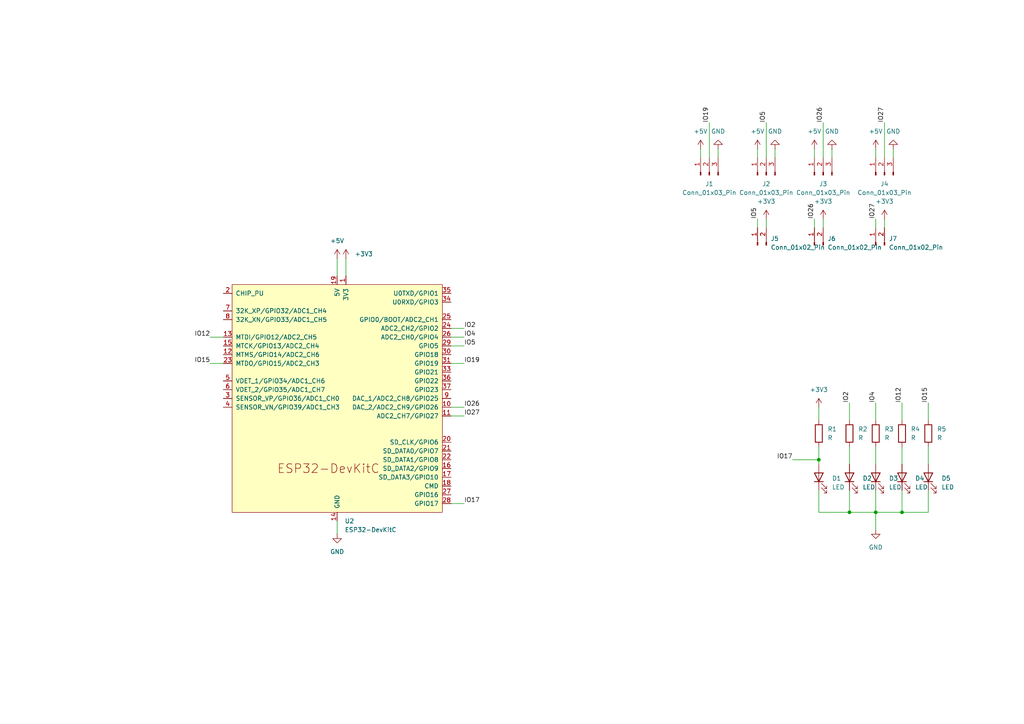
<source format=kicad_sch>
(kicad_sch (version 20231120) (generator "eeschema") (generator_version "8.0")
  (paper "A4")
  (lib_symbols
    (symbol "Connector:Conn_01x02_Pin" (pin_names (offset 1.016) hide)
      (property "Reference" "J" (at 0 2.54 0))
      (property "Value" "Conn_01x02_Pin" (at 0 -5.08 0))
      (symbol "Conn_01x02_Pin_1_1"
        (polyline (pts (xy 1.27 -2.54) (xy 0.8636 -2.54)) (stroke (width 0.1524)))
        (polyline (pts (xy 1.27 0) (xy 0.8636 0)) (stroke (width 0.1524)))
        (rectangle (start 0.8636 -2.413) (end 0 -2.667) (stroke (width 0.1524)) (fill (type outline)))
        (rectangle (start 0.8636 0.127) (end 0 -0.127) (stroke (width 0.1524)) (fill (type outline)))
        (pin passive line (at 5.08 0 180) (length 3.81) (name "Pin_1") (number "1"))
        (pin passive line (at 5.08 -2.54 180) (length 3.81) (name "Pin_2") (number "2"))
      )
    )
    (symbol "Connector:Conn_01x03_Pin" (pin_names (offset 1.016) hide)
      (property "Reference" "J" (at 0 5.08 0))
      (property "Value" "Conn_01x03_Pin" (at 0 -5.08 0))
      (symbol "Conn_01x03_Pin_1_1"
        (polyline (pts (xy 1.27 -2.54) (xy 0.8636 -2.54)) (stroke (width 0.1524)))
        (polyline (pts (xy 1.27 0) (xy 0.8636 0)) (stroke (width 0.1524)))
        (polyline (pts (xy 1.27 2.54) (xy 0.8636 2.54)) (stroke (width 0.1524)))
        (rectangle (start 0.8636 -2.413) (end 0 -2.667) (stroke (width 0.1524)) (fill (type outline)))
        (rectangle (start 0.8636 0.127) (end 0 -0.127) (stroke (width 0.1524)) (fill (type outline)))
        (rectangle (start 0.8636 2.667) (end 0 2.413) (stroke (width 0.1524)) (fill (type outline)))
        (pin passive line (at 5.08 2.54 180) (length 3.81) (name "Pin_1") (number "1"))
        (pin passive line (at 5.08 0 180) (length 3.81) (name "Pin_2") (number "2"))
        (pin passive line (at 5.08 -2.54 180) (length 3.81) (name "Pin_3") (number "3"))
      )
    )
    (symbol "Device:LED" (pin_numbers hide) (pin_names (offset 1.016) hide)
      (property "Reference" "D" (at 0 2.54 0))
      (property "Value" "LED" (at 0 -2.54 0))
      (symbol "LED_0_1"
        (polyline (pts (xy -1.27 -1.27) (xy -1.27 1.27)) (stroke (width 0.254)))
        (polyline (pts (xy -1.27 0) (xy 1.27 0)))
        (polyline (pts (xy 1.27 -1.27) (xy 1.27 1.27) (xy -1.27 0) (xy 1.27 -1.27)) (stroke (width 0.254)))
        (polyline (pts (xy -3.048 -0.762) (xy -4.572 -2.286) (xy -3.81 -2.286) (xy -4.572 -2.286) (xy -4.572 -1.524)))
        (polyline (pts (xy -1.778 -0.762) (xy -3.302 -2.286) (xy -2.54 -2.286) (xy -3.302 -2.286) (xy -3.302 -1.524)))
      )
      (symbol "LED_1_1"
        (pin passive line (at -3.81 0 0) (length 2.54) (name "K") (number "1"))
        (pin passive line (at 3.81 0 180) (length 2.54) (name "A") (number "2"))
      )
    )
    (symbol "Device:R" (pin_numbers hide) (pin_names (offset 0))
      (property "Reference" "R" (at 2.032 0 90))
      (property "Value" "R" (at 0 0 90))
      (symbol "R_0_1"
        (rectangle (start -1.016 -2.54) (end 1.016 2.54) (stroke (width 0.254)))
      )
      (symbol "R_1_1"
        (pin passive line (at 0 3.81 270) (length 1.27) (name "~") (number "1"))
        (pin passive line (at 0 -3.81 90) (length 1.27) (name "~") (number "2"))
      )
    )
    (symbol "PCM_Espressif:ESP32-DevKitC" (pin_names (offset 1.016))
      (property "Reference" "U" (at -30.48 38.1 0))
      (property "Value" "ESP32-DevKitC" (at -30.48 35.56 0))
      (symbol "ESP32-DevKitC_0_0"
        (text "ESP32-DevKitC" (at -2.54 -20.32 0) (effects (font (size 2.54 2.54))))
        (pin power_in line (at 0 -35.56 90) (length 2.54) (name "GND") (number "14"))
        (pin power_in line (at 0 35.56 270) (length 2.54) (name "5V") (number "19"))
      )
      (symbol "ESP32-DevKitC_0_1"
        (rectangle (start -30.48 33.02) (end 30.48 -33.02) (fill (type background)))
      )
      (symbol "ESP32-DevKitC_1_1"
        (pin power_in line (at 2.54 35.56 270) (length 2.54) (name "3V3") (number "1"))
        (pin bidirectional line (at 33.02 -2.54 180) (length 2.54) (name "DAC_2/ADC2_CH9/GPIO26") (number "10"))
        (pin bidirectional line (at 33.02 -5.08 180) (length 2.54) (name "ADC2_CH7/GPIO27") (number "11"))
        (pin bidirectional line (at -33.02 12.7 0) (length 2.54) (name "MTMS/GPIO14/ADC2_CH6") (number "12"))
        (pin bidirectional line (at -33.02 17.78 0) (length 2.54) (name "MTDI/GPIO12/ADC2_CH5") (number "13"))
        (pin bidirectional line (at -33.02 15.24 0) (length 2.54) (name "MTCK/GPIO13/ADC2_CH4") (number "15"))
        (pin bidirectional line (at 33.02 -20.32 180) (length 2.54) (name "SD_DATA2/GPIO9") (number "16"))
        (pin bidirectional line (at 33.02 -22.86 180) (length 2.54) (name "SD_DATA3/GPIO10") (number "17"))
        (pin bidirectional line (at 33.02 -25.4 180) (length 2.54) (name "CMD") (number "18"))
        (pin input line (at -33.02 30.48 0) (length 2.54) (name "CHIP_PU") (number "2"))
        (pin bidirectional line (at 33.02 -12.7 180) (length 2.54) (name "SD_CLK/GPIO6") (number "20"))
        (pin bidirectional line (at 33.02 -15.24 180) (length 2.54) (name "SD_DATA0/GPIO7") (number "21"))
        (pin bidirectional line (at 33.02 -17.78 180) (length 2.54) (name "SD_DATA1/GPIO8") (number "22"))
        (pin bidirectional line (at -33.02 10.16 0) (length 2.54) (name "MTDO/GPIO15/ADC2_CH3") (number "23"))
        (pin bidirectional line (at 33.02 20.32 180) (length 2.54) (name "ADC2_CH2/GPIO2") (number "24"))
        (pin bidirectional line (at 33.02 22.86 180) (length 2.54) (name "GPIO0/BOOT/ADC2_CH1") (number "25"))
        (pin bidirectional line (at 33.02 17.78 180) (length 2.54) (name "ADC2_CH0/GPIO4") (number "26"))
        (pin bidirectional line (at 33.02 -27.94 180) (length 2.54) (name "GPIO16") (number "27"))
        (pin bidirectional line (at 33.02 -30.48 180) (length 2.54) (name "GPIO17") (number "28"))
        (pin bidirectional line (at 33.02 15.24 180) (length 2.54) (name "GPIO5") (number "29"))
        (pin input line (at -33.02 0 0) (length 2.54) (name "SENSOR_VP/GPIO36/ADC1_CH0") (number "3"))
        (pin bidirectional line (at 33.02 12.7 180) (length 2.54) (name "GPIO18") (number "30"))
        (pin bidirectional line (at 33.02 10.16 180) (length 2.54) (name "GPIO19") (number "31"))
        (pin passive line (at 0 -35.56 90) (length 2.54) hide (name "GND") (number "32"))
        (pin bidirectional line (at 33.02 7.62 180) (length 2.54) (name "GPIO21") (number "33"))
        (pin bidirectional line (at 33.02 27.94 180) (length 2.54) (name "U0RXD/GPIO3") (number "34"))
        (pin bidirectional line (at 33.02 30.48 180) (length 2.54) (name "U0TXD/GPIO1") (number "35"))
        (pin bidirectional line (at 33.02 5.08 180) (length 2.54) (name "GPIO22") (number "36"))
        (pin bidirectional line (at 33.02 2.54 180) (length 2.54) (name "GPIO23") (number "37"))
        (pin passive line (at 0 -35.56 90) (length 2.54) hide (name "GND") (number "38"))
        (pin input line (at -33.02 -2.54 0) (length 2.54) (name "SENSOR_VN/GPIO39/ADC1_CH3") (number "4"))
        (pin input line (at -33.02 5.08 0) (length 2.54) (name "VDET_1/GPIO34/ADC1_CH6") (number "5"))
        (pin input line (at -33.02 2.54 0) (length 2.54) (name "VDET_2/GPIO35/ADC1_CH7") (number "6"))
        (pin bidirectional line (at -33.02 25.4 0) (length 2.54) (name "32K_XP/GPIO32/ADC1_CH4") (number "7"))
        (pin bidirectional line (at -33.02 22.86 0) (length 2.54) (name "32K_XN/GPIO33/ADC1_CH5") (number "8"))
        (pin bidirectional line (at 33.02 0 180) (length 2.54) (name "DAC_1/ADC2_CH8/GPIO25") (number "9"))
      )
    )
    (symbol "power:+3V3" (power) (pin_numbers hide) (pin_names (offset 0) hide)
      (property "Value" "+3V3" (at 0 3.556 0))
      (symbol "+3V3_0_1"
        (polyline (pts (xy -0.762 1.27) (xy 0 2.54)))
        (polyline (pts (xy 0 0) (xy 0 2.54)))
        (polyline (pts (xy 0 2.54) (xy 0.762 1.27)))
      )
      (symbol "+3V3_1_1"
        (pin power_in line (at 0 0 90) (length 0) (name "~") (number "1"))
      )
    )
    (symbol "power:+5V" (power) (pin_numbers hide) (pin_names (offset 0) hide)
      (property "Value" "+5V" (at 0 3.556 0))
      (symbol "+5V_0_1"
        (polyline (pts (xy -0.762 1.27) (xy 0 2.54)))
        (polyline (pts (xy 0 0) (xy 0 2.54)))
        (polyline (pts (xy 0 2.54) (xy 0.762 1.27)))
      )
      (symbol "+5V_1_1"
        (pin power_in line (at 0 0 90) (length 0) (name "~") (number "1"))
      )
    )
    (symbol "power:GND" (power) (pin_numbers hide) (pin_names (offset 0) hide)
      (property "Value" "GND" (at 0 -3.81 0))
      (symbol "GND_0_1"
        (polyline (pts (xy 0 0) (xy 0 -1.27) (xy 1.27 -1.27) (xy 0 -2.54) (xy -1.27 -1.27) (xy 0 -1.27)))
      )
      (symbol "GND_1_1"
        (pin power_in line (at 0 0 270) (length 0) (name "~") (number "1"))
      )
    )
  )
  (junction (at 261.62 148.59))
  (junction (at 254 148.59))
  (junction (at 237.49 133.35))
  (junction (at 246.38 148.59))
  (wire (pts (xy 254 116.84) (xy 254 121.92)))
  (wire (pts (xy 222.25 63.5) (xy 222.25 66.04)))
  (wire (pts (xy 130.81 105.41) (xy 134.62 105.41)))
  (wire (pts (xy 229.87 133.35) (xy 237.49 133.35)))
  (wire (pts (xy 259.08 43.18) (xy 259.08 45.72)))
  (wire (pts (xy 100.33 74.93) (xy 100.33 80.01)))
  (wire (pts (xy 236.22 63.5) (xy 236.22 66.04)))
  (wire (pts (xy 60.96 97.79) (xy 64.77 97.79)))
  (wire (pts (xy 130.81 118.11) (xy 134.62 118.11)))
  (wire (pts (xy 203.2 43.18) (xy 203.2 45.72)))
  (wire (pts (xy 269.24 142.24) (xy 269.24 148.59)))
  (wire (pts (xy 130.81 120.65) (xy 134.62 120.65)))
  (wire (pts (xy 208.28 43.18) (xy 208.28 45.72)))
  (wire (pts (xy 269.24 129.54) (xy 269.24 134.62)))
  (wire (pts (xy 219.71 43.18) (xy 219.71 45.72)))
  (wire (pts (xy 261.62 116.84) (xy 261.62 121.92)))
  (wire (pts (xy 254 129.54) (xy 254 134.62)))
  (wire (pts (xy 237.49 118.11) (xy 237.49 121.92)))
  (wire (pts (xy 246.38 116.84) (xy 246.38 121.92)))
  (wire (pts (xy 237.49 129.54) (xy 237.49 133.35)))
  (wire (pts (xy 237.49 133.35) (xy 237.49 134.62)))
  (wire (pts (xy 219.71 63.5) (xy 219.71 66.04)))
  (wire (pts (xy 205.74 35.56) (xy 205.74 45.72)))
  (wire (pts (xy 256.54 63.5) (xy 256.54 66.04)))
  (wire (pts (xy 254 63.5) (xy 254 66.04)))
  (wire (pts (xy 224.79 43.18) (xy 224.79 45.72)))
  (wire (pts (xy 246.38 148.59) (xy 254 148.59)))
  (wire (pts (xy 246.38 129.54) (xy 246.38 134.62)))
  (wire (pts (xy 256.54 35.56) (xy 256.54 45.72)))
  (wire (pts (xy 261.62 148.59) (xy 254 148.59)))
  (wire (pts (xy 261.62 142.24) (xy 261.62 148.59)))
  (wire (pts (xy 130.81 100.33) (xy 134.62 100.33)))
  (wire (pts (xy 254 43.18) (xy 254 45.72)))
  (wire (pts (xy 237.49 148.59) (xy 246.38 148.59)))
  (wire (pts (xy 222.25 35.56) (xy 222.25 45.72)))
  (wire (pts (xy 269.24 116.84) (xy 269.24 121.92)))
  (wire (pts (xy 254 148.59) (xy 254 153.67)))
  (wire (pts (xy 130.81 146.05) (xy 134.62 146.05)))
  (wire (pts (xy 60.96 105.41) (xy 64.77 105.41)))
  (wire (pts (xy 241.3 43.18) (xy 241.3 45.72)))
  (wire (pts (xy 130.81 97.79) (xy 134.62 97.79)))
  (wire (pts (xy 97.79 74.93) (xy 97.79 80.01)))
  (wire (pts (xy 236.22 43.18) (xy 236.22 45.72)))
  (wire (pts (xy 261.62 129.54) (xy 261.62 134.62)))
  (wire (pts (xy 238.76 35.56) (xy 238.76 45.72)))
  (wire (pts (xy 246.38 142.24) (xy 246.38 148.59)))
  (wire (pts (xy 254 142.24) (xy 254 148.59)))
  (wire (pts (xy 238.76 63.5) (xy 238.76 66.04)))
  (wire (pts (xy 237.49 142.24) (xy 237.49 148.59)))
  (wire (pts (xy 269.24 148.59) (xy 261.62 148.59)))
  (wire (pts (xy 130.81 95.25) (xy 134.62 95.25)))
  (wire (pts (xy 97.79 151.13) (xy 97.79 154.94)))
  (label "IO26" (at 134.62 118.11 0))
  (label "IO27" (at 134.62 120.65 0))
  (label "IO27" (at 256.54 35.56 90))
  (label "IO5" (at 222.25 35.56 90))
  (label "IO12" (at 261.62 116.84 90))
  (label "IO26" (at 236.22 63.5 90))
  (label "IO15" (at 269.24 116.84 90))
  (label "IO5" (at 219.71 63.5 90))
  (label "IO12" (at 60.96 97.79 180))
  (label "IO2" (at 134.62 95.25 0))
  (label "IO19" (at 134.62 105.41 0))
  (label "IO2" (at 246.38 116.84 90))
  (label "IO15" (at 60.96 105.41 180))
  (label "IO19" (at 205.74 35.56 90))
  (label "IO17" (at 134.62 146.05 0))
  (label "IO17" (at 229.87 133.35 180))
  (label "IO27" (at 254 63.5 90))
  (label "IO4" (at 254 116.84 90))
  (label "IO4" (at 134.62 97.79 0))
  (label "IO5" (at 134.62 100.33 0))
  (label "IO26" (at 238.76 35.56 90))
  (symbol (lib_id "Device:R") (at 237.49 125.73 0) (unit 1)
    (property "Reference" "R1" (at 240.03 124.4599 0) (effects (justify left)))
    (property "Value" "R" (at 240.03 126.9999 0) (effects (justify left)))
    (property "Description" "Resistor" (effects (hide yes)))
  )
  (symbol (lib_id "Device:R") (at 269.24 125.73 0) (unit 1)
    (property "Reference" "R5" (at 271.78 124.4599 0) (effects (justify left)))
    (property "Value" "R" (at 271.78 126.9999 0) (effects (justify left)))
    (property "Description" "Resistor" (effects (hide yes)))
  )
  (symbol (lib_id "Connector:Conn_01x03_Pin") (at 238.76 50.8 90) (unit 1)
    (property "Reference" "J3" (at 238.76 53.34 90))
    (property "Value" "Conn_01x03_Pin" (at 238.76 55.88 90))
    (property "Description" "Generic connector, single row, 01x03, script generated" (effects (hide yes)))
  )
  (symbol (lib_id "power:+5V") (at 219.71 43.18 0) (unit 1)
    (property "Reference" "#PWR05" (effects (hide yes)))
    (property "Value" "+5V" (at 219.71 38.1 0))
    (property "Description" "Power symbol creates a global label with name \"+5V\"" (effects (hide yes)))
  )
  (symbol (lib_id "power:+5V") (at 203.2 43.18 0) (unit 1)
    (property "Reference" "#PWR04" (effects (hide yes)))
    (property "Value" "+5V" (at 203.2 38.1 0))
    (property "Description" "Power symbol creates a global label with name \"+5V\"" (effects (hide yes)))
  )
  (symbol (lib_id "Device:LED") (at 237.49 138.43 90) (unit 1)
    (property "Reference" "D1" (at 241.3 138.7474 90) (effects (justify right)))
    (property "Value" "LED" (at 241.3 141.2874 90) (effects (justify right)))
    (property "Description" "Light emitting diode" (effects (hide yes)))
  )
  (symbol (lib_id "power:+3V3") (at 100.33 74.93 0) (unit 1)
    (property "Reference" "#PWR03" (effects (hide yes)))
    (property "Value" "+3V3" (at 102.87 73.6599 0) (effects (justify left)))
    (property "Description" "Power symbol creates a global label with name \"+3V3\"" (effects (hide yes)))
  )
  (symbol (lib_id "power:+5V") (at 236.22 43.18 0) (unit 1)
    (property "Reference" "#PWR06" (effects (hide yes)))
    (property "Value" "+5V" (at 236.22 38.1 0))
    (property "Description" "Power symbol creates a global label with name \"+5V\"" (effects (hide yes)))
  )
  (symbol (lib_id "Connector:Conn_01x02_Pin") (at 236.22 71.12 90) (unit 1)
    (property "Reference" "J6" (at 240.03 69.2149 90) (effects (justify right)))
    (property "Value" "Conn_01x02_Pin" (at 240.03 71.7549 90) (effects (justify right)))
    (property "Description" "Generic connector, single row, 01x02, script generated" (effects (hide yes)))
  )
  (symbol (lib_id "power:GND") (at 208.28 43.18 180) (unit 1)
    (property "Reference" "#PWR09" (effects (hide yes)))
    (property "Value" "GND" (at 208.28 38.1 0))
    (property "Description" "Power symbol creates a global label with name \"GND\" , ground" (effects (hide yes)))
  )
  (symbol (lib_id "Connector:Conn_01x02_Pin") (at 254 71.12 90) (unit 1)
    (property "Reference" "J7" (at 257.81 69.2149 90) (effects (justify right)))
    (property "Value" "Conn_01x02_Pin" (at 257.81 71.7549 90) (effects (justify right)))
    (property "Description" "Generic connector, single row, 01x02, script generated" (effects (hide yes)))
  )
  (symbol (lib_id "power:+3V3") (at 222.25 63.5 0) (unit 1)
    (property "Reference" "#PWR013" (effects (hide yes)))
    (property "Value" "+3V3" (at 222.25 58.42 0))
    (property "Description" "Power symbol creates a global label with name \"+3V3\"" (effects (hide yes)))
  )
  (symbol (lib_id "Device:R") (at 254 125.73 0) (unit 1)
    (property "Reference" "R3" (at 256.54 124.4599 0) (effects (justify left)))
    (property "Value" "R" (at 256.54 126.9999 0) (effects (justify left)))
    (property "Description" "Resistor" (effects (hide yes)))
  )
  (symbol (lib_id "Device:R") (at 246.38 125.73 0) (unit 1)
    (property "Reference" "R2" (at 248.92 124.4599 0) (effects (justify left)))
    (property "Value" "R" (at 248.92 126.9999 0) (effects (justify left)))
    (property "Description" "Resistor" (effects (hide yes)))
  )
  (symbol (lib_id "power:GND") (at 224.79 43.18 180) (unit 1)
    (property "Reference" "#PWR010" (effects (hide yes)))
    (property "Value" "GND" (at 224.79 38.1 0))
    (property "Description" "Power symbol creates a global label with name \"GND\" , ground" (effects (hide yes)))
  )
  (symbol (lib_id "Device:R") (at 261.62 125.73 0) (unit 1)
    (property "Reference" "R4" (at 264.16 124.4599 0) (effects (justify left)))
    (property "Value" "R" (at 264.16 126.9999 0) (effects (justify left)))
    (property "Description" "Resistor" (effects (hide yes)))
  )
  (symbol (lib_id "power:GND") (at 259.08 43.18 180) (unit 1)
    (property "Reference" "#PWR012" (effects (hide yes)))
    (property "Value" "GND" (at 259.08 38.1 0))
    (property "Description" "Power symbol creates a global label with name \"GND\" , ground" (effects (hide yes)))
  )
  (symbol (lib_id "Device:LED") (at 254 138.43 90) (unit 1)
    (property "Reference" "D3" (at 257.81 138.7474 90) (effects (justify right)))
    (property "Value" "LED" (at 257.81 141.2874 90) (effects (justify right)))
    (property "Description" "Light emitting diode" (effects (hide yes)))
  )
  (symbol (lib_id "power:+3V3") (at 238.76 63.5 0) (unit 1)
    (property "Reference" "#PWR014" (effects (hide yes)))
    (property "Value" "+3V3" (at 238.76 58.42 0))
    (property "Description" "Power symbol creates a global label with name \"+3V3\"" (effects (hide yes)))
  )
  (symbol (lib_id "Connector:Conn_01x03_Pin") (at 256.54 50.8 90) (unit 1)
    (property "Reference" "J4" (at 256.54 53.34 90))
    (property "Value" "Conn_01x03_Pin" (at 256.54 55.88 90))
    (property "Description" "Generic connector, single row, 01x03, script generated" (effects (hide yes)))
  )
  (symbol (lib_id "Connector:Conn_01x03_Pin") (at 205.74 50.8 90) (unit 1)
    (property "Reference" "J1" (at 205.74 53.34 90))
    (property "Value" "Conn_01x03_Pin" (at 205.74 55.88 90))
    (property "Description" "Generic connector, single row, 01x03, script generated" (effects (hide yes)))
  )
  (symbol (lib_id "Device:LED") (at 269.24 138.43 90) (unit 1)
    (property "Reference" "D5" (at 273.05 138.7474 90) (effects (justify right)))
    (property "Value" "LED" (at 273.05 141.2874 90) (effects (justify right)))
    (property "Description" "Light emitting diode" (effects (hide yes)))
  )
  (symbol (lib_id "Device:LED") (at 261.62 138.43 90) (unit 1)
    (property "Reference" "D4" (at 265.43 138.7474 90) (effects (justify right)))
    (property "Value" "LED" (at 265.43 141.2874 90) (effects (justify right)))
    (property "Description" "Light emitting diode" (effects (hide yes)))
  )
  (symbol (lib_id "Connector:Conn_01x02_Pin") (at 219.71 71.12 90) (unit 1)
    (property "Reference" "J5" (at 223.52 69.2149 90) (effects (justify right)))
    (property "Value" "Conn_01x02_Pin" (at 223.52 71.7549 90) (effects (justify right)))
    (property "Description" "Generic connector, single row, 01x02, script generated" (effects (hide yes)))
  )
  (symbol (lib_id "PCM_Espressif:ESP32-DevKitC") (at 97.79 115.57 0) (unit 1)
    (property "Reference" "U2" (at 99.9841 151.13 0) (effects (justify left)))
    (property "Value" "ESP32-DevKitC" (at 99.9841 153.67 0) (effects (justify left)))
    (property "Footprint" "PCM_Espressif:ESP32-DevKitC" (effects (hide yes)))
    (property "Datasheet" "https://docs.espressif.com/projects/esp-idf/zh_CN/latest/esp32/hw-reference/esp32/get-started-devkitc.html" (effects (hide yes)))
    (property "Description" "Development Kit" (effects (hide yes)))
  )
  (symbol (lib_id "power:GND") (at 254 153.67 0) (unit 1)
    (property "Reference" "#PWR01" (effects (hide yes)))
    (property "Value" "GND" (at 254 158.75 0))
    (property "Description" "Power symbol creates a global label with name \"GND\" , ground" (effects (hide yes)))
  )
  (symbol (lib_id "power:+5V") (at 97.79 74.93 0) (unit 1)
    (property "Reference" "#PWR08" (effects (hide yes)))
    (property "Value" "+5V" (at 97.79 69.85 0))
    (property "Description" "Power symbol creates a global label with name \"+5V\"" (effects (hide yes)))
  )
  (symbol (lib_id "Connector:Conn_01x03_Pin") (at 222.25 50.8 90) (unit 1)
    (property "Reference" "J2" (at 222.25 53.34 90))
    (property "Value" "Conn_01x03_Pin" (at 222.25 55.88 90))
    (property "Description" "Generic connector, single row, 01x03, script generated" (effects (hide yes)))
  )
  (symbol (lib_id "Device:LED") (at 246.38 138.43 90) (unit 1)
    (property "Reference" "D2" (at 250.19 138.7474 90) (effects (justify right)))
    (property "Value" "LED" (at 250.19 141.2874 90) (effects (justify right)))
    (property "Description" "Light emitting diode" (effects (hide yes)))
  )
  (symbol (lib_id "power:GND") (at 241.3 43.18 180) (unit 1)
    (property "Reference" "#PWR011" (effects (hide yes)))
    (property "Value" "GND" (at 241.3 38.1 0))
    (property "Description" "Power symbol creates a global label with name \"GND\" , ground" (effects (hide yes)))
  )
  (symbol (lib_id "power:+3V3") (at 237.49 118.11 0) (unit 1)
    (property "Reference" "#PWR02" (effects (hide yes)))
    (property "Value" "+3V3" (at 237.49 113.03 0))
    (property "Description" "Power symbol creates a global label with name \"+3V3\"" (effects (hide yes)))
  )
  (symbol (lib_id "power:GND") (at 97.79 154.94 0) (unit 1)
    (property "Reference" "#PWR016" (effects (hide yes)))
    (property "Value" "GND" (at 97.79 160.02 0))
    (property "Description" "Power symbol creates a global label with name \"GND\" , ground" (effects (hide yes)))
  )
  (symbol (lib_id "power:+3V3") (at 256.54 63.5 0) (unit 1)
    (property "Reference" "#PWR015" (effects (hide yes)))
    (property "Value" "+3V3" (at 256.54 58.42 0))
    (property "Description" "Power symbol creates a global label with name \"+3V3\"" (effects (hide yes)))
  )
  (symbol (lib_id "power:+5V") (at 254 43.18 0) (unit 1)
    (property "Reference" "#PWR07" (effects (hide yes)))
    (property "Value" "+5V" (at 254 38.1 0))
    (property "Description" "Power symbol creates a global label with name \"+5V\"" (effects (hide yes)))
  )
)
</source>
